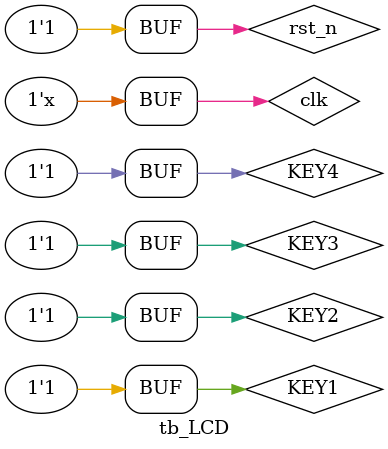
<source format=v>
`timescale 1ns/1ns

	module tb_LCD;
	reg 		clk			;
	reg 		rst_n		;
    reg         KEY1   ;
    reg         KEY2   ;
    reg         KEY3   ;
    reg         KEY4   ;			//输入信号要在always块中赋值，故为reg型
	wire 		LCD_E 		;
	wire 	 	LCD_RS		;
	wire [7:0]  LCD_DATA	;			//输出信号用连线引出，便于观察，故为wire型
	wire		LCD_ON		;
	wire		LCD_RW;
	wire		order_reg;
	wire[1:0]	music_reg;
	wire[2:0]	volume_reg;
	wire[1:0]	speed_reg;
	wire		play_reg;




	initial begin
		clk <= 1'b0;
		rst_n <= 1'b0;
		#20
		KEY1 <= 1'b1;
		KEY2 <= 1'b1;
		KEY3 <= 1'b1;
		KEY4 <= 1'b1;
		rst_n <=1'b1;
		#15000000
		KEY2 <= 1'b0;
		#20000000
		KEY2 <= 1'b1;					//确认
		#20000000
		KEY2 <= 1'b0;
		#20000000
		KEY2 <= 1'b1;					//确认
		#20000000
		KEY3 <= 1'b0;
		#20000000
		KEY3 <= 1'b1;					//下一首
		#20000000
		KEY1 <= 1'b0;
		#20000000
		KEY1 <= 1'b1;					//返回
		#20000000
		KEY2 <= 1'b0;
		#20000000
		KEY2 <= 1'b1;					//确认
		#20000000
		KEY1 <= 1'b0;
		#20000000
		KEY1 <= 1'b1;					//返回
		#20000000
		KEY3 <= 1'b0;
		#20000000
		KEY3 <= 1'b1;					//下翻一首
		#20000000
		KEY2 <= 1'b0;
		#20000000
		KEY2 <= 1'b1;					//确认
		#20000000
		KEY1 <= 1'b0;
		#20000000
		KEY1 <= 1'b1;					//返回
		#20000000
		KEY1 <= 1'b0;
		#20000000
		KEY1 <= 1'b1;					//返回
		#20000000
		KEY2 <= 1'b0;
		#20000000
		KEY2 <= 1'b1;					//确认
		#20000000
		KEY2 <= 1'b0;
		#20000000
		KEY2 <= 1'b1;					//暂停
	end

	always #10 clk <= ~clk;

	LCD LCD_inst
	(
		.clk		 (clk) 	,
		.rst_n	 	 (rst_n) 	,
    	.KEY1	 (KEY1)   ,
    	.KEY2	 (KEY2)   ,
    	.KEY3	 (KEY3)   ,
    	.KEY4	 (KEY4)   ,
		.LCD_E 	 	 (LCD_E) 	,
		.LCD_RS	 	 (LCD_RS) 	,
		.LCD_DATA 	 (LCD_DATA) ,	
		.LCD_ON			(LCD_ON	),
    	.LCD_RW			(LCD_RW	),
		.order_reg		(order_reg),
		.music_reg		(music_reg),
		.volume_reg 	(volume_reg),
		.speed_reg		(speed_reg),
		.play_reg	(play_reg)
	);



	endmodule
</source>
